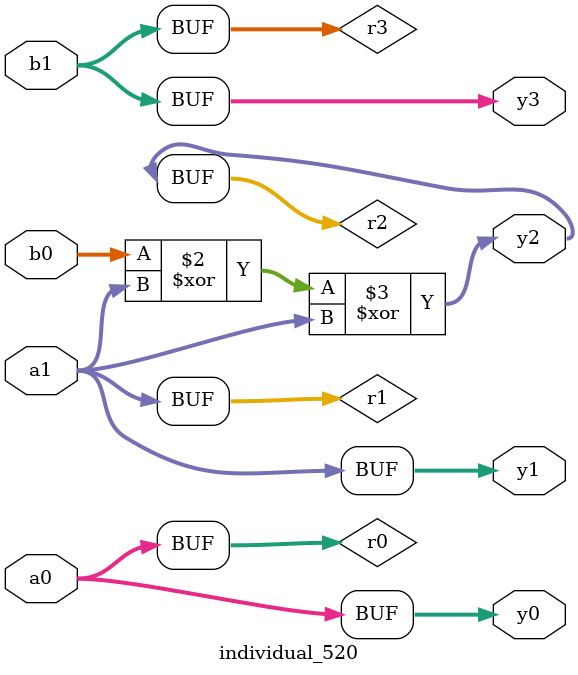
<source format=sv>
module individual_520(input logic [15:0] a1, input logic [15:0] a0, input logic [15:0] b1, input logic [15:0] b0, output logic [15:0] y3, output logic [15:0] y2, output logic [15:0] y1, output logic [15:0] y0);
logic [15:0] r0, r1, r2, r3; 
 always@(*) begin 
	 r0 = a0; r1 = a1; r2 = b0; r3 = b1; 
 	 r2  ^=  r1 ;
 	 r2  ^=  r1 ;
 	 y3 = r3; y2 = r2; y1 = r1; y0 = r0; 
end
endmodule
</source>
